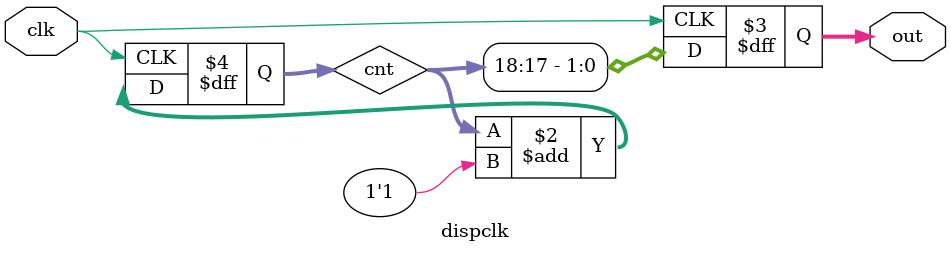
<source format=v>
`timescale 1ns / 1ps


module Crypto3_1(clk,rst,track1,track2,track3,track4,track5,anode, cathode,track6,motor_servo);
    //inputs
    input clk;
    input rst;
    //inputs for the sensors
    input track1,track2,track3,track4,track5,track6; 
    output motor_servo;
    //seven segment output
    output [3:0] anode;
    output [6:0] cathode;
    wire [7:0] score_dummy; //score to output
    wire flag; //enable motor
    //variables for reset button 
    wire rst_dp, rst_op; 
    //clock divided variables
    wire clk_d2;//25MHz
    wire clk_d22;
    //clock
    clk_div #(2) CD0(.clk(clk), .clk_d(clk_d2));
	clk_div #(19) CD1(.clk(clk), .clk_d(clk_d22));

    //reset button, one pulse
    debounce DB1(.s(rst), .s_db(rst_db), .clk(clk));
    onepulse OP1(.s(rst_db), .s_op(rst_op), .clk(clk_d22));
    //sensor calculation
    //get input from 5 scoring sensor
    sensor1 SS1(.clk(clk), .rst(rst), .track1(track1), .track2(track2), .track3(track3), .track4(track4), .track5(track5),.score(score_dummy));
    //set motor sensor
    sensor6 SS2(.clk(clk), .rst(rst), .track6(track6), .flag_motor(flag));
    //pass enabler flag to motor
    motor M1 (.mclk(clk) , .flag_m(flag), .servo(motor_servo));
    //output value       (7'd10,7'd20,7'd50)                  
    anodecathode disp0(.score_an(score_dummy), .clk(clk), .rst_n(rst), .anode(anode), .cathode(cathode));
endmodule
////////////////////////////////////////////////////////////
////////////////////////////////////////////////////////////
///////////////////////SCORE////////////////////////////////
////////////////////////////CALCULATION/////////////////////
////////////////////////////////////////////////////////////
module sensor1(clk,rst,track1,track2,track3,track4,track5,score);
    input clk;
    input rst;
    input track1,track2,track3,track4,track5; 

    output reg [7:0]score; 
    //values for FSM
    reg [2:0] state, next_state;
    reg [7:0]next_score;
    wire cclk;
    parameter S1 = 3'b000; //wait for ball
    parameter S2 = 3'b001; // give out score and countdown
    //implement the clock so that we can see well on the fpga display
    clkdiv clk_count1 (.clk(clk), .clk_div(cclk));
    //initialize state values
    always @(posedge cclk)begin
        if(rst)begin
            state <= S1;
            score <= 7'd0; 
        end else begin
            state <= next_state;
            score <= next_score;
        end
    end
    //setup the FSM
    always @(*)begin
        next_state = state;
        next_score = score;
        case(state)
            S1:begin
                //getting inputs from sensed sensor
                //outputing score
                if(!track1 ||!track5)begin
                   next_state = S2; //10 
                   next_score = 7'd10;
                end else if(!track2 || !track4)begin //20
                   next_state = S2;
                   next_score = 7'd20;  // 10100 0000020/10 2 000020%10 0 
                end else if(!track3)begin
                   next_state = S2; //50
                   next_score = 7'd50;  
                end else begin
                    next_score = 7'd0;
                    next_state = S1;
                end
            end
            S2:begin
                //countdown tickets
                if(score > 4'd0)begin
                    next_score = score - 1'd1;
                    next_state = S2; 
                end else begin
                    next_score = 4'd0;
                    next_state = S1;
                end
           end
        endcase
    end
endmodule
////////////////////////////////////////////////////////////
////////////////////////////////////////////////////////////
///////////////////////ANODE////////////////////////////////
////////////////////////////OUTPUT 7 SEGMENT////////////////
////////////////////////////////////////////////////////////
module anodecathode(score_an, clk, rst_n,anode,cathode);
    input [7:0] score_an;
    input clk;
    input rst_n;

    output reg [3:0] anode;
    output [6:0] cathode;

    reg[3:0] digit;
    wire [1:0] clkdisp;

    getcathode gc0(digit, cathode);
    dispclk clk1(clk, clkdisp);    

    always @(*) begin
        case(clkdisp)
        2'b00: begin
            //do not need
            anode = 4'b1111; 
            digit = score_an%10;
        end
        2'b01: begin
            //do not need
            anode = 4'b1111; 
            digit = score_an/10;
        end
        2'b10: begin //1's value
            anode = 4'b1011; 
            digit = score_an%10;
        end
        2'b11: begin //10's value
            anode = 4'b0111; 
            digit = score_an/10;
        end
        endcase
    end 
endmodule
////////////////////////////////////////////////////////////
////////////////////////////////////////////////////////////
///////////////////////CATHODE//////////////////////////////
////////////////////////////////////////////////////////////
////////////////////////////////////////////////////////////
module getcathode(digit, cathode);
    input [3:0] digit;
    output reg [6:0] cathode;
    always@(*) begin        
        case(digit)
            4'd0: cathode = 7'b0000001;
            4'd1: cathode = 7'b1001111;
            4'd2: cathode = 7'b0010010;
            4'd3: cathode = 7'b0000110;
            4'd4: cathode = 7'b1001100;
            4'd5: cathode = 7'b0100100;
            4'd6: cathode = 7'b0100000;
            4'd7: cathode = 7'b0001111;
            4'd8: cathode = 7'b0000000;
            4'd9: cathode = 7'b0000100;
            default: cathode = 7'b1111111;
        endcase
    end
endmodule
////////////////////////////////////////////////////////////
////////////////////////////////////////////////////////////
///////////////////////MOTOR////////////////////////////////
////////////////////////////ENABLER/////////////////////////
////////////////////////////////////////////////////////////
module sensor6(clk,rst,track6,flag_motor);
    input clk;
    input rst;
    input track6;
    output reg flag_motor; //motor enabler
    //values for FSM
    reg [3-1:0] state, next_state;
    reg [7:0] count, next_count;
    reg next_flag_motor,next_track;
    
    parameter S1 = 3'b000; 
    parameter S2 = 3'b001; 
    
    always @(posedge clk)begin
        if(rst)begin
            state = S1;
            flag_motor = 1'b0; 
            count = 0;
        end else begin
            count <= next_count;
            state <= next_state;
            flag_motor <= next_flag_motor;
        end
    end
    always @(*)begin
        next_count = count;
        next_state = state;
        next_flag_motor = flag_motor;
        case(state)
            S1:begin
                //if detects coin in the coin machine
                if(!track6)begin
                   next_state = S2;
                   next_flag_motor = 1'b1;
                   next_count = 0;
                end else begin
                    next_state = S1;
                    next_flag_motor = 1'b0;
                    next_count = 0;
                end
            end
            
            S2: begin
                //enable the motor 69 countdown
                if(count >= 69)begin
                    next_state = S1;
                    next_flag_motor = 1'b0;
                    next_count = 0;
                end else if(count < 69) begin
                    next_count = count + 1;
                    next_state = S2;
                    next_flag_motor = 1'b1;
                end
            end
            
        endcase
    end
endmodule
////////////////////////////////////////////////////////////
////////////////////////////////////////////////////////////
///////////////////////MG90S MOTOR//////////////////////////
////////////////////////////////////////////////////////////
////////////////////////////////////////////////////////////
module motor( mclk, flag_m, servo);
    input mclk;
    input flag_m;
    output servo;

    reg [19:0] counter;
    reg servo_reg;
    reg run_servo;
    reg [15:0] control = 0; //65535 there is wiggle room but you should be careful to not overcontrol

    always @(posedge mclk) begin

    //Servo algorithm counter algorithm
        counter <= counter + 1;
        if(counter == 'd999999)begin
                counter <= 0;
        end
        if(counter < ('d50000 + control))begin
                servo_reg <= 1;
        end else begin
                servo_reg <= 0;
        end

    end

    //check if the IR sensor enables the motor
    always@(posedge mclk)begin
        if(flag_m == 1'b1)begin //flag = 1 
            run_servo = servo_reg;
        end
        else begin
            run_servo = 1'b0;
        end
    end
    //tell the motor to run
    assign servo = run_servo;
endmodule
////////////////////////////////////////////////////////////
////////////////////////////////////////////////////////////
///////////////////////BUTTON///////////////////////////////
/////////////////////////////ONEPULSE///////////////////////
/////////////////////////////////////DEBOUNCE///////////////
module onepulse(s, s_op, clk);
	input s, clk;
	output reg s_op;
	reg s_delay;
	always@(posedge clk)begin
		s_op <= s&(!s_delay);
		s_delay <= s;
	end
endmodule

module debounce(s, s_db, clk);
	input s, clk;
	output s_db;
	reg [3:0] DFF;
	
	always@(posedge clk)begin
		DFF[3:1] <= DFF[2:0];
		DFF[0] <= s;
	end
	assign s_db = (DFF == 4'b1111)? 1'b1 : 1'b0;
endmodule
////////////////////////////////////////////////////////////
////////////////////////////////////////////////////////////
///////////////////////CLOCKS///////////////////////////////
////////////////////////////////////////////////////////////
////////////////////////////////////////////////////////////
module clk_div #(parameter n = 2)(clk, clk_d);
	input clk;
	output clk_d;
	reg [n-1:0]count;
	wire[n-1:0]next_count;
	
	always@(posedge clk)begin
		count <= next_count;
	end
	
	assign next_count = count + 1;
	assign clk_d = count[n-1];
endmodule

module clkdiv(clk, clk_div);
    input clk;
    output reg clk_div;
    
    reg[23:0] Counter;
    
    always @(posedge clk) Counter <= Counter + 1'b1;
    
    always @(*) clk_div = Counter[23];     
endmodule

module dispclk(clk, out);
    input clk;
    output reg [1:0]out;
    
    reg [30:0]cnt;
    
    always @(posedge clk)begin
        cnt <= cnt + 1'b1;
        out <= cnt[18:17];

    end
endmodule
</source>
